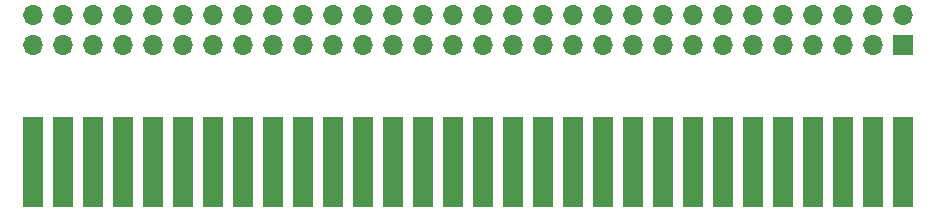
<source format=gbr>
%TF.GenerationSoftware,KiCad,Pcbnew,7.0.3*%
%TF.CreationDate,2023-05-19T23:33:44+08:00*%
%TF.ProjectId,CartdrigeDev,43617274-6472-4696-9765-4465762e6b69,rev?*%
%TF.SameCoordinates,Original*%
%TF.FileFunction,Soldermask,Top*%
%TF.FilePolarity,Negative*%
%FSLAX46Y46*%
G04 Gerber Fmt 4.6, Leading zero omitted, Abs format (unit mm)*
G04 Created by KiCad (PCBNEW 7.0.3) date 2023-05-19 23:33:44*
%MOMM*%
%LPD*%
G01*
G04 APERTURE LIST*
%ADD10R,1.780000X7.620000*%
%ADD11R,1.700000X1.700000*%
%ADD12O,1.700000X1.700000*%
G04 APERTURE END LIST*
D10*
%TO.C,J2*%
X148590000Y-91694000D03*
X146050000Y-91694000D03*
X143510000Y-91694000D03*
X140970000Y-91694000D03*
X138430000Y-91694000D03*
X135890000Y-91694000D03*
X133350000Y-91694000D03*
X130810000Y-91694000D03*
X128270000Y-91694000D03*
X125730000Y-91694000D03*
X123190000Y-91694000D03*
X120650000Y-91694000D03*
X118110000Y-91694000D03*
X115570000Y-91694000D03*
X113030000Y-91694000D03*
X110490000Y-91694000D03*
X107950000Y-91694000D03*
X105410000Y-91694000D03*
X102870000Y-91694000D03*
X100330000Y-91694000D03*
X97790000Y-91694000D03*
X95250000Y-91694000D03*
X92710000Y-91694000D03*
X90170000Y-91694000D03*
X87630000Y-91694000D03*
X85090000Y-91694000D03*
X82550000Y-91694000D03*
X80010000Y-91694000D03*
X77470000Y-91694000D03*
X74930000Y-91694000D03*
%TD*%
D11*
%TO.C,J1*%
X148590000Y-81788000D03*
D12*
X148590000Y-79248000D03*
X146050000Y-81788000D03*
X146050000Y-79248000D03*
X143510000Y-81788000D03*
X143510000Y-79248000D03*
X140970000Y-81788000D03*
X140970000Y-79248000D03*
X138430000Y-81788000D03*
X138430000Y-79248000D03*
X135890000Y-81788000D03*
X135890000Y-79248000D03*
X133350000Y-81788000D03*
X133350000Y-79248000D03*
X130810000Y-81788000D03*
X130810000Y-79248000D03*
X128270000Y-81788000D03*
X128270000Y-79248000D03*
X125730000Y-81788000D03*
X125730000Y-79248000D03*
X123190000Y-81788000D03*
X123190000Y-79248000D03*
X120650000Y-81788000D03*
X120650000Y-79248000D03*
X118110000Y-81788000D03*
X118110000Y-79248000D03*
X115570000Y-81788000D03*
X115570000Y-79248000D03*
X113030000Y-81788000D03*
X113030000Y-79248000D03*
X110490000Y-81788000D03*
X110490000Y-79248000D03*
X107950000Y-81788000D03*
X107950000Y-79248000D03*
X105410000Y-81788000D03*
X105410000Y-79248000D03*
X102870000Y-81788000D03*
X102870000Y-79248000D03*
X100330000Y-81788000D03*
X100330000Y-79248000D03*
X97790000Y-81788000D03*
X97790000Y-79248000D03*
X95250000Y-81788000D03*
X95250000Y-79248000D03*
X92710000Y-81788000D03*
X92710000Y-79248000D03*
X90170000Y-81788000D03*
X90170000Y-79248000D03*
X87630000Y-81788000D03*
X87630000Y-79248000D03*
X85090000Y-81788000D03*
X85090000Y-79248000D03*
X82550000Y-81788000D03*
X82550000Y-79248000D03*
X80010000Y-81788000D03*
X80010000Y-79248000D03*
X77470000Y-81788000D03*
X77470000Y-79248000D03*
X74930000Y-81788000D03*
X74930000Y-79248000D03*
%TD*%
M02*

</source>
